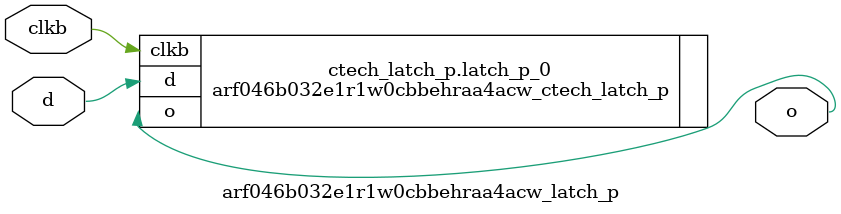
<source format=sv>

`ifndef ARF046B032E1R1W0CBBEHRAA4ACW_LATCH_P_SV
`define ARF046B032E1R1W0CBBEHRAA4ACW_LATCH_P_SV

module arf046b032e1r1w0cbbehraa4acw_latch_p #
(
  parameter CTECH = 1
)
(
  output logic o,
  input  logic d,
  input  logic clkb
);

  if (CTECH == 1) begin: ctech_latch_p
    arf046b032e1r1w0cbbehraa4acw_ctech_latch_p latch_p_0 (.o(o),.d(d),.clkb(clkb));
  end
  else begin
    always_latch begin
      if (~clkb) begin
        o <= d;
      end
    end
  end

endmodule // arf046b032e1r1w0cbbehraa4acw_latch_p

`endif // ARF046B032E1R1W0CBBEHRAA4ACW_LATCH_P_SV
</source>
